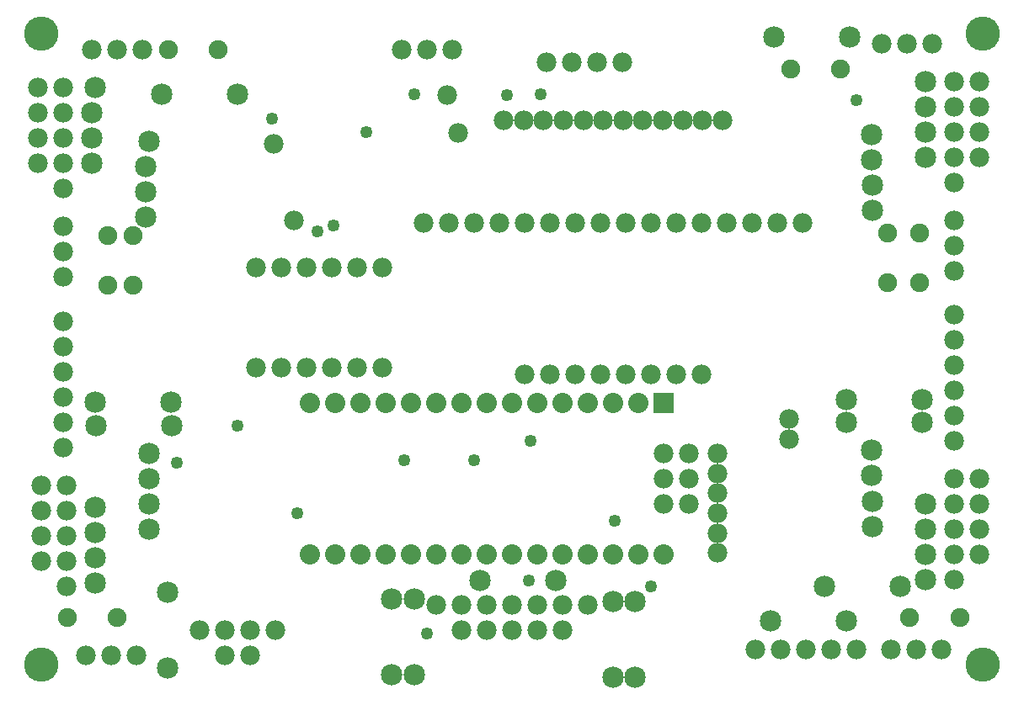
<source format=gts>
G04 MADE WITH FRITZING*
G04 WWW.FRITZING.ORG*
G04 DOUBLE SIDED*
G04 HOLES PLATED*
G04 CONTOUR ON CENTER OF CONTOUR VECTOR*
%ASAXBY*%
%FSLAX23Y23*%
%MOIN*%
%OFA0B0*%
%SFA1.0B1.0*%
%ADD10C,0.049370*%
%ADD11C,0.135984*%
%ADD12C,0.077559*%
%ADD13C,0.085000*%
%ADD14C,0.075000*%
%ADD15C,0.080000*%
%ADD16R,0.080000X0.079972*%
%LNMASK1*%
G90*
G70*
G54D10*
X1018Y2271D03*
X1631Y232D03*
X1948Y2364D03*
X2081Y2369D03*
X1260Y1849D03*
X1198Y1825D03*
X880Y1056D03*
X643Y907D03*
X3331Y2344D03*
X1393Y2219D03*
X1581Y2369D03*
X2376Y678D03*
X1118Y707D03*
X2518Y419D03*
G54D11*
X3831Y107D03*
X106Y107D03*
X3831Y2607D03*
X106Y2607D03*
G54D10*
X1818Y919D03*
X2035Y442D03*
G54D12*
X2567Y946D03*
X2567Y846D03*
X2567Y746D03*
X2567Y946D03*
X2567Y846D03*
X2567Y746D03*
X2667Y746D03*
X2667Y846D03*
X2667Y946D03*
X3064Y1081D03*
X3064Y1002D03*
X2781Y944D03*
X2781Y865D03*
X2781Y787D03*
X2781Y708D03*
X2781Y629D03*
X2781Y550D03*
G54D10*
X1543Y919D03*
X2043Y994D03*
G54D12*
X93Y2394D03*
X93Y2294D03*
X93Y2194D03*
X93Y2094D03*
X106Y819D03*
X106Y719D03*
X106Y619D03*
X106Y519D03*
X1768Y244D03*
X1868Y244D03*
X1968Y244D03*
X2068Y244D03*
X2168Y244D03*
X3818Y844D03*
X3818Y744D03*
X3818Y644D03*
X3818Y544D03*
X3818Y2419D03*
X3818Y2319D03*
X3818Y2219D03*
X3818Y2119D03*
X1756Y2215D03*
X1712Y2364D03*
X1105Y1868D03*
X1024Y2172D03*
X731Y244D03*
X831Y244D03*
X931Y244D03*
X1031Y244D03*
X2106Y2494D03*
X2206Y2494D03*
X2306Y2494D03*
X2406Y2494D03*
X2718Y1258D03*
X2618Y1258D03*
X2518Y1258D03*
X2418Y1258D03*
X2318Y1258D03*
X2218Y1258D03*
X2118Y1258D03*
X2018Y1258D03*
X3118Y1857D03*
X3018Y1857D03*
X2918Y1857D03*
X2818Y1857D03*
X2718Y1857D03*
X2618Y1857D03*
X2518Y1857D03*
X2418Y1857D03*
X2318Y1857D03*
X2218Y1857D03*
X2118Y1857D03*
X2018Y1857D03*
X1918Y1857D03*
X1818Y1857D03*
X1718Y1857D03*
X1618Y1857D03*
X3718Y1494D03*
X3718Y1394D03*
X3718Y1294D03*
X3718Y1194D03*
X3718Y1094D03*
X3718Y994D03*
X193Y1469D03*
X193Y1369D03*
X193Y1269D03*
X193Y1169D03*
X193Y1069D03*
X193Y969D03*
X2931Y169D03*
X3031Y169D03*
X3131Y169D03*
X3231Y169D03*
X3331Y169D03*
X1668Y344D03*
X1768Y344D03*
X1868Y344D03*
X1968Y344D03*
X2068Y344D03*
X2168Y344D03*
X2268Y344D03*
X3718Y844D03*
X3718Y744D03*
X3718Y644D03*
X3718Y544D03*
X3718Y444D03*
X206Y819D03*
X206Y719D03*
X206Y619D03*
X206Y519D03*
X206Y419D03*
X3718Y2419D03*
X3718Y2319D03*
X3718Y2219D03*
X3718Y2119D03*
X3718Y2019D03*
X193Y2394D03*
X193Y2294D03*
X193Y2194D03*
X193Y2094D03*
X193Y1994D03*
X831Y144D03*
X931Y144D03*
X3718Y1869D03*
X3718Y1769D03*
X3718Y1669D03*
X193Y1844D03*
X193Y1744D03*
X193Y1644D03*
X3468Y169D03*
X3568Y169D03*
X3668Y169D03*
X281Y144D03*
X381Y144D03*
X481Y144D03*
X3431Y2569D03*
X3531Y2569D03*
X3631Y2569D03*
X306Y2544D03*
X406Y2544D03*
X506Y2544D03*
X1531Y2544D03*
X1631Y2544D03*
X1731Y2544D03*
G54D13*
X581Y2369D03*
X881Y2369D03*
X3306Y2594D03*
X3006Y2594D03*
X606Y94D03*
X606Y394D03*
X3506Y419D03*
X3206Y419D03*
G54D14*
X3581Y1819D03*
X3581Y1622D03*
X3581Y1819D03*
X3581Y1622D03*
X3456Y1819D03*
X3456Y1622D03*
X3456Y1819D03*
X3456Y1622D03*
X468Y1807D03*
X468Y1610D03*
X468Y1807D03*
X468Y1610D03*
X368Y1807D03*
X368Y1610D03*
X368Y1807D03*
X368Y1610D03*
G54D13*
X3293Y282D03*
X2993Y282D03*
X2456Y357D03*
X2456Y57D03*
X2368Y357D03*
X2368Y57D03*
X3606Y444D03*
X3394Y656D03*
X318Y432D03*
X530Y644D03*
X3606Y2119D03*
X3394Y1907D03*
X306Y2094D03*
X518Y1882D03*
X1843Y442D03*
X2143Y442D03*
X3606Y544D03*
X3394Y756D03*
X318Y532D03*
X530Y744D03*
X3606Y2219D03*
X3394Y2007D03*
X306Y2194D03*
X518Y1982D03*
X3293Y1157D03*
X3593Y1157D03*
X3593Y1069D03*
X3293Y1069D03*
X621Y1056D03*
X321Y1056D03*
X317Y1149D03*
X617Y1149D03*
X1493Y369D03*
X1493Y69D03*
X1581Y369D03*
X1581Y69D03*
X3393Y957D03*
X3605Y745D03*
X3393Y857D03*
X3605Y645D03*
X531Y844D03*
X319Y632D03*
X531Y944D03*
X319Y732D03*
X3393Y2107D03*
X3605Y2319D03*
X3393Y2207D03*
X3605Y2419D03*
X531Y2182D03*
X319Y2394D03*
X518Y2082D03*
X306Y2294D03*
G54D14*
X806Y2544D03*
X609Y2544D03*
X806Y2544D03*
X609Y2544D03*
X3268Y2469D03*
X3071Y2469D03*
X3268Y2469D03*
X3071Y2469D03*
X406Y294D03*
X209Y294D03*
X406Y294D03*
X209Y294D03*
X3543Y294D03*
X3740Y294D03*
X3543Y294D03*
X3740Y294D03*
G54D12*
X1935Y2265D03*
X2014Y2265D03*
X2092Y2265D03*
X2171Y2265D03*
X2250Y2265D03*
X2329Y2265D03*
X2407Y2265D03*
X2486Y2265D03*
X2565Y2265D03*
X2644Y2265D03*
X2722Y2265D03*
X2801Y2265D03*
G54D15*
X2568Y1144D03*
X2468Y1144D03*
X2368Y1144D03*
X2268Y1144D03*
X2168Y1144D03*
X2068Y1144D03*
X1968Y1144D03*
X1868Y1144D03*
X1768Y1144D03*
X1668Y1144D03*
X1568Y1144D03*
X1468Y1144D03*
X1368Y1144D03*
X1268Y1144D03*
X1168Y1144D03*
X2568Y544D03*
X2468Y544D03*
X2368Y544D03*
X2268Y544D03*
X2168Y544D03*
X2068Y544D03*
X1968Y544D03*
X1868Y544D03*
X1768Y544D03*
X1668Y544D03*
X1568Y544D03*
X1468Y544D03*
X1368Y544D03*
X1268Y544D03*
X1168Y544D03*
G54D12*
X954Y1680D03*
X1054Y1680D03*
X1154Y1680D03*
X1254Y1680D03*
X1354Y1680D03*
X1454Y1680D03*
X954Y1285D03*
X1054Y1285D03*
X1154Y1285D03*
X1254Y1285D03*
X1354Y1285D03*
X1454Y1285D03*
G54D16*
X2568Y1144D03*
G04 End of Mask1*
M02*
</source>
